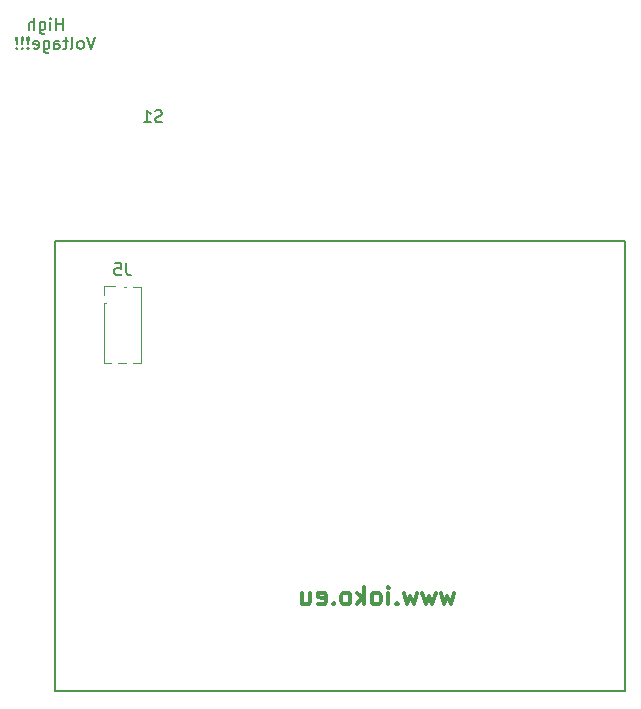
<source format=gbr>
%TF.GenerationSoftware,KiCad,Pcbnew,6.0.2+dfsg-1*%
%TF.CreationDate,2022-05-24T21:44:58+03:00*%
%TF.ProjectId,iot_geiger,696f745f-6765-4696-9765-722e6b696361,rev?*%
%TF.SameCoordinates,Original*%
%TF.FileFunction,Legend,Bot*%
%TF.FilePolarity,Positive*%
%FSLAX46Y46*%
G04 Gerber Fmt 4.6, Leading zero omitted, Abs format (unit mm)*
G04 Created by KiCad (PCBNEW 6.0.2+dfsg-1) date 2022-05-24 21:44:58*
%MOMM*%
%LPD*%
G01*
G04 APERTURE LIST*
%ADD10C,0.200000*%
%ADD11C,0.300000*%
%ADD12C,0.150000*%
%ADD13C,0.120000*%
%ADD14C,2.600000*%
%ADD15C,2.000000*%
%ADD16C,1.600000*%
%ADD17R,1.700000X1.700000*%
%ADD18O,1.700000X1.700000*%
%ADD19C,2.500000*%
%ADD20R,2.000000X2.000000*%
%ADD21O,1.600000X1.600000*%
%ADD22R,4.600000X2.000000*%
%ADD23O,4.200000X2.000000*%
%ADD24O,2.000000X4.200000*%
%ADD25R,2.200000X2.200000*%
%ADD26O,2.200000X2.200000*%
%ADD27R,1.350000X1.350000*%
%ADD28C,1.350000*%
%ADD29O,3.250000X6.000000*%
%ADD30R,1.000000X1.000000*%
%ADD31O,1.000000X1.000000*%
G04 APERTURE END LIST*
D10*
X131445000Y-58420000D02*
X179705000Y-58420000D01*
X179705000Y-58420000D02*
X179705000Y-96520000D01*
X179705000Y-96520000D02*
X131445000Y-96520000D01*
X131445000Y-96520000D02*
X131445000Y-58420000D01*
D11*
X165250000Y-88197571D02*
X164964285Y-89197571D01*
X164678571Y-88483285D01*
X164392857Y-89197571D01*
X164107142Y-88197571D01*
X163678571Y-88197571D02*
X163392857Y-89197571D01*
X163107142Y-88483285D01*
X162821428Y-89197571D01*
X162535714Y-88197571D01*
X162107142Y-88197571D02*
X161821428Y-89197571D01*
X161535714Y-88483285D01*
X161250000Y-89197571D01*
X160964285Y-88197571D01*
X160392857Y-89054714D02*
X160321428Y-89126142D01*
X160392857Y-89197571D01*
X160464285Y-89126142D01*
X160392857Y-89054714D01*
X160392857Y-89197571D01*
X159678571Y-89197571D02*
X159678571Y-88197571D01*
X159678571Y-87697571D02*
X159750000Y-87769000D01*
X159678571Y-87840428D01*
X159607142Y-87769000D01*
X159678571Y-87697571D01*
X159678571Y-87840428D01*
X158750000Y-89197571D02*
X158892857Y-89126142D01*
X158964285Y-89054714D01*
X159035714Y-88911857D01*
X159035714Y-88483285D01*
X158964285Y-88340428D01*
X158892857Y-88269000D01*
X158750000Y-88197571D01*
X158535714Y-88197571D01*
X158392857Y-88269000D01*
X158321428Y-88340428D01*
X158250000Y-88483285D01*
X158250000Y-88911857D01*
X158321428Y-89054714D01*
X158392857Y-89126142D01*
X158535714Y-89197571D01*
X158750000Y-89197571D01*
X157607142Y-89197571D02*
X157607142Y-87697571D01*
X157464285Y-88626142D02*
X157035714Y-89197571D01*
X157035714Y-88197571D02*
X157607142Y-88769000D01*
X156178571Y-89197571D02*
X156321428Y-89126142D01*
X156392857Y-89054714D01*
X156464285Y-88911857D01*
X156464285Y-88483285D01*
X156392857Y-88340428D01*
X156321428Y-88269000D01*
X156178571Y-88197571D01*
X155964285Y-88197571D01*
X155821428Y-88269000D01*
X155750000Y-88340428D01*
X155678571Y-88483285D01*
X155678571Y-88911857D01*
X155750000Y-89054714D01*
X155821428Y-89126142D01*
X155964285Y-89197571D01*
X156178571Y-89197571D01*
X155035714Y-89054714D02*
X154964285Y-89126142D01*
X155035714Y-89197571D01*
X155107142Y-89126142D01*
X155035714Y-89054714D01*
X155035714Y-89197571D01*
X153750000Y-89126142D02*
X153892857Y-89197571D01*
X154178571Y-89197571D01*
X154321428Y-89126142D01*
X154392857Y-88983285D01*
X154392857Y-88411857D01*
X154321428Y-88269000D01*
X154178571Y-88197571D01*
X153892857Y-88197571D01*
X153750000Y-88269000D01*
X153678571Y-88411857D01*
X153678571Y-88554714D01*
X154392857Y-88697571D01*
X152392857Y-88197571D02*
X152392857Y-89197571D01*
X153035714Y-88197571D02*
X153035714Y-88983285D01*
X152964285Y-89126142D01*
X152821428Y-89197571D01*
X152607142Y-89197571D01*
X152464285Y-89126142D01*
X152392857Y-89054714D01*
D12*
X132111666Y-40541380D02*
X132111666Y-39541380D01*
X132111666Y-40017571D02*
X131540238Y-40017571D01*
X131540238Y-40541380D02*
X131540238Y-39541380D01*
X131064047Y-40541380D02*
X131064047Y-39874714D01*
X131064047Y-39541380D02*
X131111666Y-39589000D01*
X131064047Y-39636619D01*
X131016428Y-39589000D01*
X131064047Y-39541380D01*
X131064047Y-39636619D01*
X130159285Y-39874714D02*
X130159285Y-40684238D01*
X130206904Y-40779476D01*
X130254523Y-40827095D01*
X130349761Y-40874714D01*
X130492619Y-40874714D01*
X130587857Y-40827095D01*
X130159285Y-40493761D02*
X130254523Y-40541380D01*
X130445000Y-40541380D01*
X130540238Y-40493761D01*
X130587857Y-40446142D01*
X130635476Y-40350904D01*
X130635476Y-40065190D01*
X130587857Y-39969952D01*
X130540238Y-39922333D01*
X130445000Y-39874714D01*
X130254523Y-39874714D01*
X130159285Y-39922333D01*
X129683095Y-40541380D02*
X129683095Y-39541380D01*
X129254523Y-40541380D02*
X129254523Y-40017571D01*
X129302142Y-39922333D01*
X129397380Y-39874714D01*
X129540238Y-39874714D01*
X129635476Y-39922333D01*
X129683095Y-39969952D01*
X134825952Y-41151380D02*
X134492619Y-42151380D01*
X134159285Y-41151380D01*
X133683095Y-42151380D02*
X133778333Y-42103761D01*
X133825952Y-42056142D01*
X133873571Y-41960904D01*
X133873571Y-41675190D01*
X133825952Y-41579952D01*
X133778333Y-41532333D01*
X133683095Y-41484714D01*
X133540238Y-41484714D01*
X133445000Y-41532333D01*
X133397380Y-41579952D01*
X133349761Y-41675190D01*
X133349761Y-41960904D01*
X133397380Y-42056142D01*
X133445000Y-42103761D01*
X133540238Y-42151380D01*
X133683095Y-42151380D01*
X132778333Y-42151380D02*
X132873571Y-42103761D01*
X132921190Y-42008523D01*
X132921190Y-41151380D01*
X132540238Y-41484714D02*
X132159285Y-41484714D01*
X132397380Y-41151380D02*
X132397380Y-42008523D01*
X132349761Y-42103761D01*
X132254523Y-42151380D01*
X132159285Y-42151380D01*
X131397380Y-42151380D02*
X131397380Y-41627571D01*
X131445000Y-41532333D01*
X131540238Y-41484714D01*
X131730714Y-41484714D01*
X131825952Y-41532333D01*
X131397380Y-42103761D02*
X131492619Y-42151380D01*
X131730714Y-42151380D01*
X131825952Y-42103761D01*
X131873571Y-42008523D01*
X131873571Y-41913285D01*
X131825952Y-41818047D01*
X131730714Y-41770428D01*
X131492619Y-41770428D01*
X131397380Y-41722809D01*
X130492619Y-41484714D02*
X130492619Y-42294238D01*
X130540238Y-42389476D01*
X130587857Y-42437095D01*
X130683095Y-42484714D01*
X130825952Y-42484714D01*
X130921190Y-42437095D01*
X130492619Y-42103761D02*
X130587857Y-42151380D01*
X130778333Y-42151380D01*
X130873571Y-42103761D01*
X130921190Y-42056142D01*
X130968809Y-41960904D01*
X130968809Y-41675190D01*
X130921190Y-41579952D01*
X130873571Y-41532333D01*
X130778333Y-41484714D01*
X130587857Y-41484714D01*
X130492619Y-41532333D01*
X129635476Y-42103761D02*
X129730714Y-42151380D01*
X129921190Y-42151380D01*
X130016428Y-42103761D01*
X130064047Y-42008523D01*
X130064047Y-41627571D01*
X130016428Y-41532333D01*
X129921190Y-41484714D01*
X129730714Y-41484714D01*
X129635476Y-41532333D01*
X129587857Y-41627571D01*
X129587857Y-41722809D01*
X130064047Y-41818047D01*
X129159285Y-42056142D02*
X129111666Y-42103761D01*
X129159285Y-42151380D01*
X129206904Y-42103761D01*
X129159285Y-42056142D01*
X129159285Y-42151380D01*
X129159285Y-41770428D02*
X129206904Y-41199000D01*
X129159285Y-41151380D01*
X129111666Y-41199000D01*
X129159285Y-41770428D01*
X129159285Y-41151380D01*
X128683095Y-42056142D02*
X128635476Y-42103761D01*
X128683095Y-42151380D01*
X128730714Y-42103761D01*
X128683095Y-42056142D01*
X128683095Y-42151380D01*
X128683095Y-41770428D02*
X128730714Y-41199000D01*
X128683095Y-41151380D01*
X128635476Y-41199000D01*
X128683095Y-41770428D01*
X128683095Y-41151380D01*
X128206904Y-42056142D02*
X128159285Y-42103761D01*
X128206904Y-42151380D01*
X128254523Y-42103761D01*
X128206904Y-42056142D01*
X128206904Y-42151380D01*
X128206904Y-41770428D02*
X128254523Y-41199000D01*
X128206904Y-41151380D01*
X128159285Y-41199000D01*
X128206904Y-41770428D01*
X128206904Y-41151380D01*
X137483333Y-60324380D02*
X137483333Y-61038666D01*
X137530952Y-61181523D01*
X137626190Y-61276761D01*
X137769047Y-61324380D01*
X137864285Y-61324380D01*
X136530952Y-60324380D02*
X137007142Y-60324380D01*
X137054761Y-60800571D01*
X137007142Y-60752952D01*
X136911904Y-60705333D01*
X136673809Y-60705333D01*
X136578571Y-60752952D01*
X136530952Y-60800571D01*
X136483333Y-60895809D01*
X136483333Y-61133904D01*
X136530952Y-61229142D01*
X136578571Y-61276761D01*
X136673809Y-61324380D01*
X136911904Y-61324380D01*
X137007142Y-61276761D01*
X137054761Y-61229142D01*
X140497464Y-48323131D02*
X140354607Y-48370750D01*
X140116512Y-48370750D01*
X140021274Y-48323131D01*
X139973655Y-48275512D01*
X139926036Y-48180274D01*
X139926036Y-48085036D01*
X139973655Y-47989798D01*
X140021274Y-47942179D01*
X140116512Y-47894560D01*
X140306988Y-47846941D01*
X140402226Y-47799322D01*
X140449845Y-47751703D01*
X140497464Y-47656465D01*
X140497464Y-47561227D01*
X140449845Y-47465989D01*
X140402226Y-47418370D01*
X140306988Y-47370750D01*
X140068893Y-47370750D01*
X139926036Y-47418370D01*
X138973655Y-48370750D02*
X139545083Y-48370750D01*
X139259369Y-48370750D02*
X139259369Y-47370750D01*
X139354607Y-47513608D01*
X139449845Y-47608846D01*
X139545083Y-47656465D01*
D13*
X138735000Y-62312000D02*
X138735000Y-68782000D01*
X135755000Y-63642000D02*
X135565000Y-63642000D01*
X136515000Y-62247000D02*
X135565000Y-62247000D01*
X135565000Y-63642000D02*
X135565000Y-68782000D01*
X138735000Y-62312000D02*
X138092530Y-62312000D01*
X137477470Y-68782000D02*
X136822530Y-68782000D01*
X135565000Y-62247000D02*
X135565000Y-63007000D01*
X138735000Y-68782000D02*
X138092530Y-68782000D01*
X137477470Y-62312000D02*
X137275000Y-62312000D01*
X136207470Y-68782000D02*
X135565000Y-68782000D01*
%LPC*%
D14*
X125944000Y-80518000D03*
X120944000Y-80518000D03*
D15*
X132675000Y-55372000D03*
X127675000Y-55372000D03*
D16*
X211415000Y-52070000D03*
X206415000Y-52070000D03*
D17*
X155585000Y-55880000D03*
D18*
X158125000Y-55880000D03*
X160665000Y-55880000D03*
X163205000Y-55880000D03*
D19*
X163830000Y-44450000D03*
D15*
X118785000Y-54864000D03*
X123785000Y-54864000D03*
X123785000Y-72136000D03*
X118785000Y-72136000D03*
X189940000Y-93000000D03*
X183440000Y-93000000D03*
X189940000Y-97500000D03*
X183440000Y-97500000D03*
D19*
X210820000Y-99060000D03*
X176530000Y-44450000D03*
D20*
X185420000Y-82540000D03*
D15*
X185420000Y-74940000D03*
D16*
X127362000Y-51562000D03*
D21*
X122282000Y-51562000D03*
D19*
X189230000Y-44450000D03*
X138430000Y-44450000D03*
D16*
X136125000Y-52070000D03*
D21*
X131045000Y-52070000D03*
D22*
X124445000Y-88900000D03*
D23*
X124445000Y-95200000D03*
D24*
X129245000Y-91800000D03*
D19*
X151130000Y-44450000D03*
D17*
X175895000Y-99060000D03*
D18*
X173355000Y-99060000D03*
X170815000Y-99060000D03*
X168275000Y-99060000D03*
X165735000Y-99060000D03*
D19*
X138430000Y-99060000D03*
D25*
X128524000Y-58674000D03*
D26*
X128524000Y-68834000D03*
D25*
X118872000Y-68834000D03*
D26*
X118872000Y-58674000D03*
D27*
X205740000Y-73195000D03*
D28*
X203200000Y-73195000D03*
X200660000Y-73195000D03*
X198120000Y-73195000D03*
D29*
X120650000Y-44450000D03*
X125730000Y-44450000D03*
X204470000Y-44450000D03*
X209550000Y-44450000D03*
D25*
X123698000Y-58674000D03*
D26*
X123698000Y-68834000D03*
D17*
X155575000Y-99060000D03*
D18*
X153035000Y-99060000D03*
X150495000Y-99060000D03*
X147955000Y-99060000D03*
X145415000Y-99060000D03*
D30*
X136515000Y-63007000D03*
D31*
X137785000Y-63007000D03*
X136515000Y-64277000D03*
X137785000Y-64277000D03*
X136515000Y-65547000D03*
X137785000Y-65547000D03*
X136515000Y-66817000D03*
X137785000Y-66817000D03*
X136515000Y-68087000D03*
X137785000Y-68087000D03*
M02*

</source>
